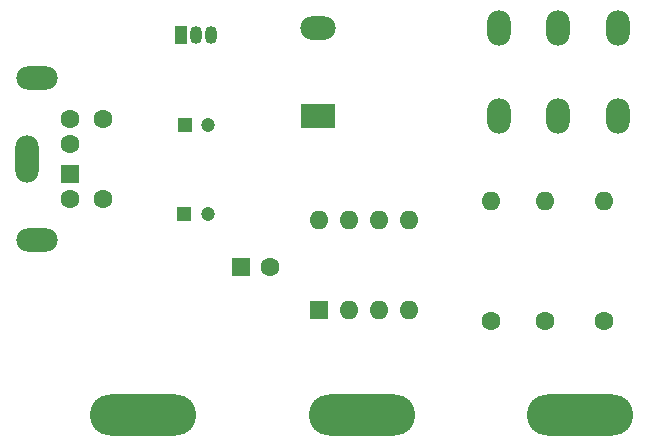
<source format=gbr>
%TF.GenerationSoftware,KiCad,Pcbnew,8.0.4*%
%TF.CreationDate,2024-08-25T11:04:55+02:00*%
%TF.ProjectId,Relais-M,52656c61-6973-42d4-9d2e-6b696361645f,rev?*%
%TF.SameCoordinates,Original*%
%TF.FileFunction,Soldermask,Top*%
%TF.FilePolarity,Negative*%
%FSLAX46Y46*%
G04 Gerber Fmt 4.6, Leading zero omitted, Abs format (unit mm)*
G04 Created by KiCad (PCBNEW 8.0.4) date 2024-08-25 11:04:55*
%MOMM*%
%LPD*%
G01*
G04 APERTURE LIST*
%ADD10C,1.600000*%
%ADD11O,1.600000X1.600000*%
%ADD12O,9.000000X3.500000*%
%ADD13R,1.200000X1.200000*%
%ADD14C,1.200000*%
%ADD15R,1.050000X1.500000*%
%ADD16O,1.050000X1.500000*%
%ADD17R,1.600000X1.600000*%
%ADD18O,3.500000X2.000000*%
%ADD19O,2.000000X4.000000*%
%ADD20O,2.000000X3.000000*%
%ADD21R,3.000000X2.000000*%
%ADD22O,3.000000X2.000000*%
G04 APERTURE END LIST*
D10*
%TO.C,R3*%
X162000000Y-69580000D03*
D11*
X162000000Y-59420000D03*
%TD*%
D10*
%TO.C,R2*%
X171500000Y-69580000D03*
D11*
X171500000Y-59420000D03*
%TD*%
D10*
%TO.C,R1*%
X166500000Y-69580000D03*
D11*
X166500000Y-59420000D03*
%TD*%
D12*
%TO.C,J2*%
X151000000Y-77500000D03*
%TD*%
D13*
%TO.C,C3*%
X136000000Y-60500000D03*
D14*
X138000000Y-60500000D03*
%TD*%
D12*
%TO.C,J4*%
X132500000Y-77500000D03*
%TD*%
D15*
%TO.C,Q1*%
X135730000Y-45360000D03*
D16*
X137000000Y-45360000D03*
X138270000Y-45360000D03*
%TD*%
D12*
%TO.C,J3*%
X169500000Y-77500000D03*
%TD*%
D13*
%TO.C,C2*%
X136027400Y-53000000D03*
D14*
X138027400Y-53000000D03*
%TD*%
D17*
%TO.C,J1*%
X126350000Y-57150000D03*
D10*
X126350000Y-54550000D03*
X126350000Y-59250000D03*
X126350000Y-52450000D03*
X129150000Y-59250000D03*
X129150000Y-52450000D03*
D18*
X123500000Y-49000000D03*
D19*
X122700000Y-55850000D03*
D18*
X123500000Y-62700000D03*
%TD*%
D17*
%TO.C,U1*%
X147380000Y-68620000D03*
D11*
X149920000Y-68620000D03*
X152460000Y-68620000D03*
X155000000Y-68620000D03*
X155000000Y-61000000D03*
X152460000Y-61000000D03*
X149920000Y-61000000D03*
X147380000Y-61000000D03*
%TD*%
D20*
%TO.C,K1*%
X167650000Y-44750000D03*
X167650000Y-52250000D03*
X162610000Y-44750000D03*
X162610000Y-52250000D03*
X172690000Y-44750000D03*
X172690000Y-52250000D03*
D21*
X147350000Y-52250000D03*
D22*
X147350000Y-44750000D03*
%TD*%
D17*
%TO.C,C1*%
X140771100Y-65000000D03*
D10*
X143271100Y-65000000D03*
%TD*%
M02*

</source>
